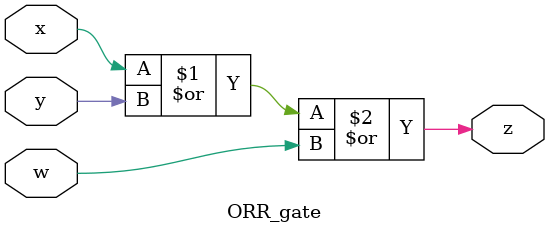
<source format=v>
`timescale 1ns / 1ps



module ripple_adder_64_2bit_look_ahead
(
  input [63:0] A,
  input [63:0] B,
  output [63:0] SUM,
  output CARRY_OUT
);

  // Create wires to connect each full_adder module to another to create a ripple
  wire C_0, C_1, C_2, C_3, C_4, C_5, C_6, C_7, C_8, C_9, C_10;
  wire C_11, C_12, C_13, C_14, C_15, C_16, C_17, C_18, C_19, C_20;
  wire C_21, C_22, C_23, C_24, C_25, C_26, C_27, C_28, C_29, C_30, C_31;

  // The first carry is zero
  assign C_0 = 1'b0;

  two_bits_Carry_Look_Ahead iteration1 (A[1:0], B[1:0], C_0, SUM[1:0], C_1);
  two_bits_Carry_Look_Ahead iteration2 (A[3:2], B[3:2], C_1, SUM[3:2], C_2);
  two_bits_Carry_Look_Ahead iteration3 (A[5:4], B[5:4], C_2, SUM[5:4], C_3);
  two_bits_Carry_Look_Ahead iteration4 (A[7:6], B[7:6], C_3, SUM[7:6], C_4);
  two_bits_Carry_Look_Ahead iteration5 (A[9:8], B[9:8], C_4, SUM[9:8], C_5);
  two_bits_Carry_Look_Ahead iteration6 (A[11:10], B[11:10], C_5, SUM[11:10], C_6);
  two_bits_Carry_Look_Ahead iteration7 (A[13:12], B[13:12], C_6, SUM[13:12], C_7);
  two_bits_Carry_Look_Ahead iteration8 (A[15:14], B[15:14], C_7, SUM[15:14], C_8);
  two_bits_Carry_Look_Ahead iteration9 (A[17:16], B[17:16], C_8, SUM[17:16], C_9);
  two_bits_Carry_Look_Ahead iteration10 (A[19:18], B[19:18], C_9, SUM[19:18], C_10);
  two_bits_Carry_Look_Ahead iteration11 (A[21:20], B[21:20], C_10, SUM[21:20], C_11);
  two_bits_Carry_Look_Ahead iteration12 (A[23:22], B[23:22], C_11, SUM[23:22], C_12);
  two_bits_Carry_Look_Ahead iteration13 (A[25:24], B[25:24], C_12, SUM[25:24], C_13);
  two_bits_Carry_Look_Ahead iteration14 (A[27:26], B[27:26], C_13, SUM[27:26], C_14);
  two_bits_Carry_Look_Ahead iteration15 (A[29:28], B[29:28], C_14, SUM[29:28], C_15);
  two_bits_Carry_Look_Ahead iteration16 (A[31:30], B[31:30], C_15, SUM[31:30], C_16);
  two_bits_Carry_Look_Ahead iteration17 (A[33:32], B[33:32], C_16, SUM[33:32], C_17);
  two_bits_Carry_Look_Ahead iteration18 (A[35:34], B[35:34], C_17, SUM[35:34], C_18);
  two_bits_Carry_Look_Ahead iteration19 (A[37:36], B[37:36], C_18, SUM[37:36], C_19);
  two_bits_Carry_Look_Ahead iteration20 (A[39:38], B[39:38], C_19, SUM[39:38], C_20);
  two_bits_Carry_Look_Ahead iteration21 (A[41:40], B[41:40], C_20, SUM[41:40], C_21);
  two_bits_Carry_Look_Ahead iteration22 (A[43:42], B[43:42], C_21, SUM[43:42], C_22);
  two_bits_Carry_Look_Ahead iteration23 (A[45:44], B[45:44], C_22, SUM[45:44], C_23);
  two_bits_Carry_Look_Ahead iteration24 (A[47:46], B[47:46], C_23, SUM[47:46], C_24);
  two_bits_Carry_Look_Ahead iteration25 (A[49:48], B[49:48], C_24, SUM[49:48], C_25);
  two_bits_Carry_Look_Ahead iteration26 (A[51:50], B[51:50], C_25, SUM[51:50], C_26);
  two_bits_Carry_Look_Ahead iteration27 (A[53:52], B[53:52], C_26, SUM[53:52], C_27);
  two_bits_Carry_Look_Ahead iteration28 (A[55:54], B[55:54], C_27, SUM[55:54], C_28);
  two_bits_Carry_Look_Ahead iteration29 (A[57:56], B[57:56], C_28, SUM[57:56], C_29);
  two_bits_Carry_Look_Ahead iteration30 (A[59:58], B[59:58], C_29, SUM[59:58], C_30);
  two_bits_Carry_Look_Ahead iteration31 (A[61:60], B[61:60], C_30, SUM[61:60], C_31);
  two_bits_Carry_Look_Ahead iteration32 (A[63:62], B[63:62], C_31, SUM[63:62], CARRY_OUT);
endmodule

module two_bits_Carry_Look_Ahead(input [0:1] A, input [0:1] B, input carry_in, output [0:1] SUM, output carry_out);

wire P_0_and_carry_0, P_1_and_G0, P_1_and_P_0_and_c0, carry_1, carry_2, G_0, P_0, G_1, P_1; //create temp variables

//calculating C1
XOR_gate inst1(A[0] , B[0], P_0); // p0 = a+b
AND_gate inst2(P_0 , carry_in , P_0_and_carry_0); 
AND_gate inst3(A[0] , B[0], G_0);
OR_gate inst4(P_0_and_carry_0 , G_0 , carry_1);

//calculating C2
XOR_gate inst5(A[1] , B[1], P_1);
AND_gate inst6(A[1] , B[1], G_1);
ANND_gate inst7(carry_in , P_1 , P_0 ,P_1_and_P_0_and_c0); //p0+C0+p1
AND_gate inst8(P_1,G_0, P_1_and_G0); //p1+g0

ORR_gate inst9(P_1_and_P_0_and_c0 , P_1_and_G0, G_1, carry_2);
assign carry_out = carry_2;


//calculating sums
XOR_gate inst10(P_0 , carry_in, SUM[0]);
XOR_gate inst11(P_1, carry_1 , SUM[1]);


endmodule



//xor gate module
module XOR_gate(input x, input y, output z);

    assign #1 z = x ^ y;

endmodule

//and gate module
module AND_gate(input x, input y, output z);

   assign #1 z = x & y;

endmodule

//triple and gate module 
module ANND_gate(input x, input y, input w, output z);

   assign #1 z = x & y & w;

endmodule

//or gate module
module OR_gate(input x, input y, output z);

   assign #1 z = x | y;

endmodule

//triple or gate module
module ORR_gate(input x, input y, input w, output z);

   assign #1 z = x | y | w; 
 
endmodule
</source>
